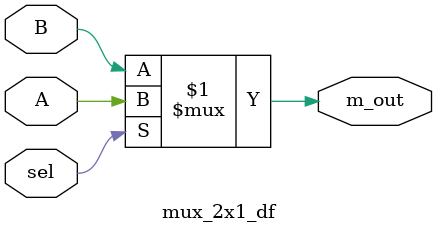
<source format=v>

module mux_2x1_df(
    // OUTPUTS
    output m_out

    // INPUTS
    ,input A
    ,input B
    ,input sel
    );

    assign m_out = (sel) ? A : B;
endmodule

</source>
